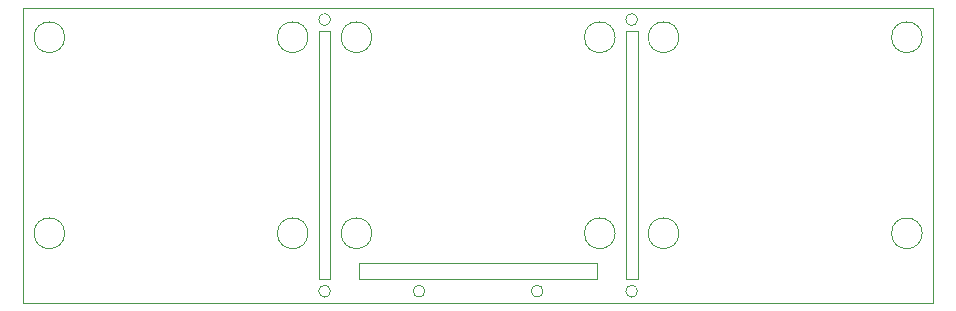
<source format=gbr>
%TF.GenerationSoftware,KiCad,Pcbnew,8.0.4*%
%TF.CreationDate,2024-08-13T21:11:54-04:00*%
%TF.ProjectId,1-inch-midi,312d696e-6368-42d6-9d69-64692e6b6963,rev?*%
%TF.SameCoordinates,Original*%
%TF.FileFunction,Profile,NP*%
%FSLAX46Y46*%
G04 Gerber Fmt 4.6, Leading zero omitted, Abs format (unit mm)*
G04 Created by KiCad (PCBNEW 8.0.4) date 2024-08-13 21:11:54*
%MOMM*%
%LPD*%
G01*
G04 APERTURE LIST*
%TA.AperFunction,Profile*%
%ADD10C,0.100000*%
%TD*%
%TA.AperFunction,Profile*%
%ADD11C,0.050000*%
%TD*%
G04 APERTURE END LIST*
D10*
X198000000Y-85000000D02*
X173000000Y-85000000D01*
X173000000Y-85000000D02*
X146000000Y-85000000D01*
X150500000Y-104100000D02*
G75*
G02*
X147900000Y-104100000I-1300000J0D01*
G01*
X147900000Y-104100000D02*
G75*
G02*
X150500000Y-104100000I1300000J0D01*
G01*
X198000000Y-110000000D02*
X198000000Y-85000000D01*
X146000000Y-85000000D02*
X121000000Y-85000000D01*
D11*
X173000000Y-86000000D02*
G75*
G02*
X172000000Y-86000000I-500000J0D01*
G01*
X172000000Y-86000000D02*
G75*
G02*
X173000000Y-86000000I500000J0D01*
G01*
X155000000Y-109000000D02*
G75*
G02*
X154000000Y-109000000I-500000J0D01*
G01*
X154000000Y-109000000D02*
G75*
G02*
X155000000Y-109000000I500000J0D01*
G01*
X173000000Y-108000000D02*
X172000000Y-108000000D01*
D10*
X173000000Y-110000000D02*
X198000000Y-110000000D01*
X169600000Y-108000000D02*
X149400000Y-108000000D01*
X197100000Y-87500000D02*
G75*
G02*
X194500000Y-87500000I-1300000J0D01*
G01*
X194500000Y-87500000D02*
G75*
G02*
X197100000Y-87500000I1300000J0D01*
G01*
X146000000Y-110000000D02*
X173000000Y-110000000D01*
X149400000Y-106600000D02*
X169600000Y-106600000D01*
X149400000Y-108000000D02*
X149400000Y-106600000D01*
D11*
X147000000Y-109000000D02*
G75*
G02*
X146000000Y-109000000I-500000J0D01*
G01*
X146000000Y-109000000D02*
G75*
G02*
X147000000Y-109000000I500000J0D01*
G01*
D10*
X176500000Y-104100000D02*
G75*
G02*
X173900000Y-104100000I-1300000J0D01*
G01*
X173900000Y-104100000D02*
G75*
G02*
X176500000Y-104100000I1300000J0D01*
G01*
X146000000Y-108000000D02*
X146000000Y-87000000D01*
D11*
X147000000Y-86000000D02*
G75*
G02*
X146000000Y-86000000I-500000J0D01*
G01*
X146000000Y-86000000D02*
G75*
G02*
X147000000Y-86000000I500000J0D01*
G01*
D10*
X176500000Y-87500000D02*
G75*
G02*
X173900000Y-87500000I-1300000J0D01*
G01*
X173900000Y-87500000D02*
G75*
G02*
X176500000Y-87500000I1300000J0D01*
G01*
X173000000Y-87000000D02*
X173000000Y-108000000D01*
X171100000Y-104100000D02*
G75*
G02*
X168500000Y-104100000I-1300000J0D01*
G01*
X168500000Y-104100000D02*
G75*
G02*
X171100000Y-104100000I1300000J0D01*
G01*
X197100000Y-104100000D02*
G75*
G02*
X194500000Y-104100000I-1300000J0D01*
G01*
X194500000Y-104100000D02*
G75*
G02*
X197100000Y-104100000I1300000J0D01*
G01*
D11*
X147000000Y-108000000D02*
X146000000Y-108000000D01*
X173000000Y-87000000D02*
X172000000Y-87000000D01*
D10*
X121000000Y-85000000D02*
X121000000Y-110000000D01*
X147000000Y-87000000D02*
X147000000Y-108000000D01*
X150500000Y-87500000D02*
G75*
G02*
X147900000Y-87500000I-1300000J0D01*
G01*
X147900000Y-87500000D02*
G75*
G02*
X150500000Y-87500000I1300000J0D01*
G01*
X121000000Y-110000000D02*
X146000000Y-110000000D01*
D11*
X173000000Y-109000000D02*
G75*
G02*
X172000000Y-109000000I-500000J0D01*
G01*
X172000000Y-109000000D02*
G75*
G02*
X173000000Y-109000000I500000J0D01*
G01*
D10*
X124500000Y-104100000D02*
G75*
G02*
X121900000Y-104100000I-1300000J0D01*
G01*
X121900000Y-104100000D02*
G75*
G02*
X124500000Y-104100000I1300000J0D01*
G01*
X172000000Y-108000000D02*
X172000000Y-87000000D01*
X145100000Y-104100000D02*
G75*
G02*
X142500000Y-104100000I-1300000J0D01*
G01*
X142500000Y-104100000D02*
G75*
G02*
X145100000Y-104100000I1300000J0D01*
G01*
X145100000Y-87500000D02*
G75*
G02*
X142500000Y-87500000I-1300000J0D01*
G01*
X142500000Y-87500000D02*
G75*
G02*
X145100000Y-87500000I1300000J0D01*
G01*
X124500000Y-87500000D02*
G75*
G02*
X121900000Y-87500000I-1300000J0D01*
G01*
X121900000Y-87500000D02*
G75*
G02*
X124500000Y-87500000I1300000J0D01*
G01*
X171100000Y-87500000D02*
G75*
G02*
X168500000Y-87500000I-1300000J0D01*
G01*
X168500000Y-87500000D02*
G75*
G02*
X171100000Y-87500000I1300000J0D01*
G01*
D11*
X165000000Y-109000000D02*
G75*
G02*
X164000000Y-109000000I-500000J0D01*
G01*
X164000000Y-109000000D02*
G75*
G02*
X165000000Y-109000000I500000J0D01*
G01*
X147000000Y-87000000D02*
X146000000Y-87000000D01*
D10*
X169600000Y-106600000D02*
X169600000Y-108000000D01*
M02*

</source>
